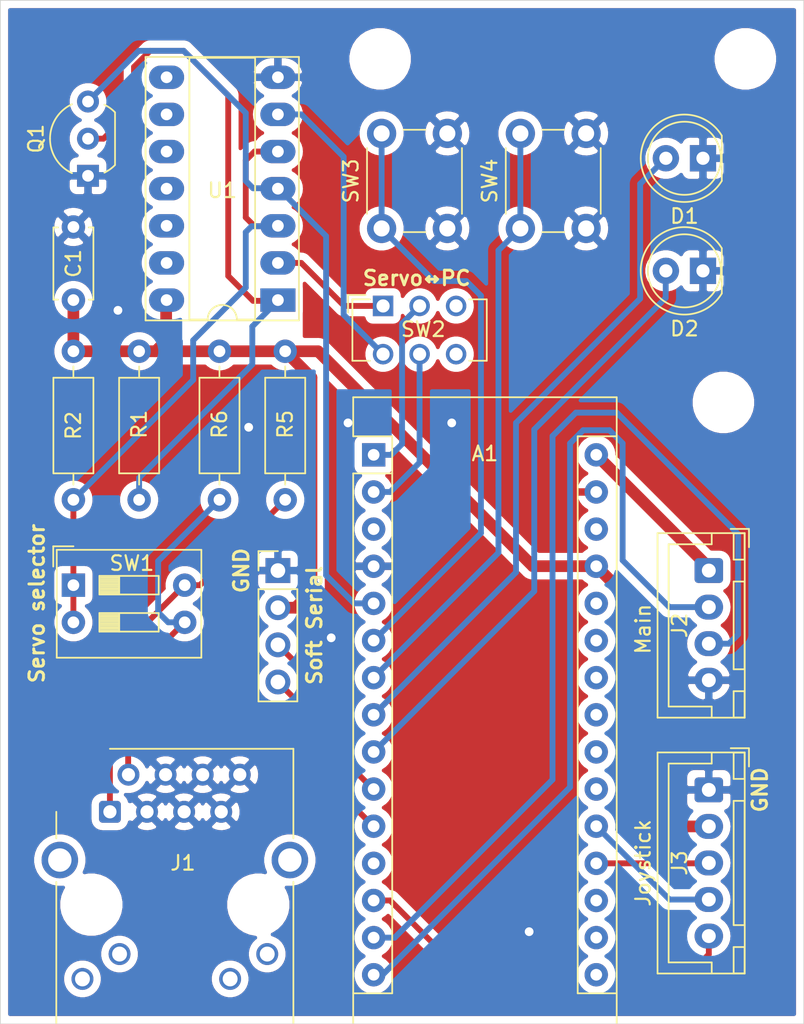
<source format=kicad_pcb>
(kicad_pcb (version 20171130) (host pcbnew "(5.1.5)-2")
  (title_block (title circuit_master_ver.2.1.0) (date 2020-03-29))
  (layers (0 F.Cu signal hide) (31 B.Cu signal hide) (34 B.Paste user) (35 F.Paste user) (36 B.SilkS user) (37 F.SilkS user) (38 B.Mask user) (39 F.Mask user) (44 Edge.Cuts user))
  (net 0 "")
  (net 1 /TX_Arduino)
  (net 2 /RX_Arduino)
  (net 3 /Joystick_x)
  (net 4 GND)
  (net 5 /Joystick_y)
  (net 6 /EnPin)
  (net 7 /SW1)
  (net 8 /SW2)
  (net 9 /LED1)
  (net 10 /LED2)
  (net 11 /+5V)
  (net 12 /Joystick_Switch)
  (net 13 /I2C_SDA)
  (net 14 VCC)
  (net 15 /I2C_SCL)
  (net 16 /ICS_OutPut1)
  (net 17 /ICS_OutPut2)
  (net 18 "Net-(Q1-Pad2)")
  (net 19 "Net-(R2-Pad1)")
  (net 20 /TX_survo)
  (net 21 /RX_survo)
  (net 22 /Soft_RX)
  (net 23 /Soft_TX)
  (module MountingHole:MountingHole_3.2mm_M3 (layer F.Cu) (at 61 109)
    (fp_text reference MH3 hide)
    (fp_text value MountingHole_3.2mm_M3 hide)
    (pad 1 np_thru_hole circle (at 0 0) (size 3.2 3.2) (drill 3.2) (layers *.Cu *.Mask))
  )
  (module MountingHole:MountingHole_3.2mm_M3 (layer F.Cu) (at 84.5 132.5)
    (fp_text reference MH2 hide)
    (fp_text value MountingHole_3.2mm_M3 hide)
    (pad 1 np_thru_hole circle (at 0 0) (size 3.2 3.2) (drill 3.2) (layers *.Cu *.Mask))
  )
  (module MountingHole:MountingHole_3.2mm_M3 (layer F.Cu) (at 86 109)
    (fp_text reference MH1 hide)
    (fp_text value MountingHole_3.2mm_M3 hide)
    (pad 1 np_thru_hole circle (at 0 0) (size 3.2 3.2) (drill 3.2) (layers *.Cu *.Mask))
  )
  (module Connector_RJ:RJ45_Cetus_J1B1211CCD_Horizontal (layer F.Cu) (at 42.5 160.5)
    (fp_text reference J1 (at 5 3.5) (layer F.SilkS))
    (fp_text value 8P8C_LED)
    (fp_line (start 0 -4.31) (end 12.56 -4.31) (layer F.SilkS) (width 0.12))
    (fp_line (start 12.56 -4.31) (end 12.56 1.81) (layer F.SilkS) (width 0.12))
    (fp_line (start -3.67 0) (end -3.67 1.81) (layer F.SilkS) (width 0.12))
    (fp_line (start -3.67 4.8) (end -3.67 17.21) (layer F.SilkS) (width 0.12))
    (fp_line (start 12.56 17.21) (end -3.67 17.21) (layer F.SilkS) (width 0.12))
    (fp_line (start 12.56 4.79) (end 12.56 17.21) (layer F.SilkS) (width 0.12))
    (pad "" np_thru_hole circle (at 10.16 6.35) (size 3.25 3.25) (drill 3.25) (layers *.Cu *.Mask))
    (pad "" np_thru_hole circle (at -1.27 6.35) (size 3.25 3.25) (drill 3.25) (layers *.Cu *.Mask))
    (pad 1 thru_hole roundrect (at 0 0) (size 1.5 1.5) (drill 0.9) (layers *.Cu *.Mask) (roundrect_rratio 0.167) (net 16 /ICS_OutPut1))
    (pad 2 thru_hole circle (at 1.27 -2.54) (size 1.5 1.5) (drill 0.9) (layers *.Cu *.Mask) (net 17 /ICS_OutPut2))
    (pad 3 thru_hole circle (at 2.54 0) (size 1.5 1.5) (drill 0.9) (layers *.Cu *.Mask) (net 4 GND))
    (pad 4 thru_hole circle (at 3.81 -2.54) (size 1.5 1.5) (drill 0.9) (layers *.Cu *.Mask) (net 4 GND))
    (pad 5 thru_hole circle (at 5.08 0) (size 1.5 1.5) (drill 0.9) (layers *.Cu *.Mask) (net 4 GND))
    (pad 6 thru_hole circle (at 6.35 -2.54) (size 1.5 1.5) (drill 0.9) (layers *.Cu *.Mask) (net 4 GND))
    (pad 7 thru_hole circle (at 7.62 0) (size 1.5 1.5) (drill 0.9) (layers *.Cu *.Mask) (net 4 GND))
    (pad 13 thru_hole circle (at -3.43 3.3) (size 2.5 2.5) (drill 1.6) (layers *.Cu *.Mask))
    (pad 8 thru_hole circle (at 8.89 -2.54) (size 1.5 1.5) (drill 0.9) (layers *.Cu *.Mask) (net 4 GND))
    (pad 13 thru_hole circle (at 12.32 3.3) (size 2.5 2.5) (drill 1.6) (layers *.Cu *.Mask))
    (pad 9 thru_hole circle (at -1.88 11.43) (size 1.5 1.5) (drill 1.02) (layers *.Cu *.Mask))
    (pad 10 thru_hole circle (at 0.66 9.73) (size 1.5 1.5) (drill 1.02) (layers *.Cu *.Mask))
    (pad 12 thru_hole circle (at 10.77 9.73) (size 1.5 1.5) (drill 1.02) (layers *.Cu *.Mask))
    (pad 11 thru_hole circle (at 8.23 11.43) (size 1.5 1.5) (drill 1.02) (layers *.Cu *.Mask))
  )
  (module Module:Arduino_Nano (layer F.Cu) (at 60.555001 136.085001)
    (fp_text reference A1 (at 7.62 -0.085001) (layer F.SilkS))
    (fp_text value Arduino_Nano_v3.0)
    (fp_line (start 1.27 1.27) (end 1.27 -1.27) (layer F.SilkS) (width 0.12))
    (fp_line (start 1.27 -1.27) (end -1.4 -1.27) (layer F.SilkS) (width 0.12))
    (fp_line (start -1.4 1.27) (end -1.4 39.5) (layer F.SilkS) (width 0.12))
    (fp_line (start -1.4 -3.94) (end -1.4 -1.27) (layer F.SilkS) (width 0.12))
    (fp_line (start 13.97 -1.27) (end 16.64 -1.27) (layer F.SilkS) (width 0.12))
    (fp_line (start 13.97 -1.27) (end 13.97 36.83) (layer F.SilkS) (width 0.12))
    (fp_line (start 13.97 36.83) (end 16.64 36.83) (layer F.SilkS) (width 0.12))
    (fp_line (start 1.27 1.27) (end -1.4 1.27) (layer F.SilkS) (width 0.12))
    (fp_line (start 1.27 1.27) (end 1.27 36.83) (layer F.SilkS) (width 0.12))
    (fp_line (start 1.27 36.83) (end -1.4 36.83) (layer F.SilkS) (width 0.12))
    (fp_line (start -1.4 39.5) (end 16.64 39.5) (layer F.SilkS) (width 0.12))
    (fp_line (start 16.64 39.5) (end 16.64 -3.94) (layer F.SilkS) (width 0.12))
    (fp_line (start 16.64 -3.94) (end -1.4 -3.94) (layer F.SilkS) (width 0.12))
    (pad 1 thru_hole rect (at 0 0) (size 1.6 1.6) (drill 0.8) (layers *.Cu *.Mask) (net 1 /TX_Arduino))
    (pad 17 thru_hole oval (at 15.24 33.02) (size 1.6 1.6) (drill 0.8) (layers *.Cu *.Mask))
    (pad 2 thru_hole oval (at 0 2.54) (size 1.6 1.6) (drill 0.8) (layers *.Cu *.Mask) (net 2 /RX_Arduino))
    (pad 18 thru_hole oval (at 15.24 30.48) (size 1.6 1.6) (drill 0.8) (layers *.Cu *.Mask))
    (pad 3 thru_hole oval (at 0 5.08) (size 1.6 1.6) (drill 0.8) (layers *.Cu *.Mask))
    (pad 19 thru_hole oval (at 15.24 27.94) (size 1.6 1.6) (drill 0.8) (layers *.Cu *.Mask) (net 3 /Joystick_x))
    (pad 4 thru_hole oval (at 0 7.62) (size 1.6 1.6) (drill 0.8) (layers *.Cu *.Mask) (net 4 GND))
    (pad 20 thru_hole oval (at 15.24 25.4) (size 1.6 1.6) (drill 0.8) (layers *.Cu *.Mask) (net 5 /Joystick_y))
    (pad 5 thru_hole oval (at 0 10.16) (size 1.6 1.6) (drill 0.8) (layers *.Cu *.Mask) (net 6 /EnPin))
    (pad 21 thru_hole oval (at 15.24 22.86) (size 1.6 1.6) (drill 0.8) (layers *.Cu *.Mask))
    (pad 6 thru_hole oval (at 0 12.7) (size 1.6 1.6) (drill 0.8) (layers *.Cu *.Mask) (net 7 /SW1))
    (pad 22 thru_hole oval (at 15.24 20.32) (size 1.6 1.6) (drill 0.8) (layers *.Cu *.Mask))
    (pad 7 thru_hole oval (at 0 15.24) (size 1.6 1.6) (drill 0.8) (layers *.Cu *.Mask) (net 8 /SW2))
    (pad 23 thru_hole oval (at 15.24 17.78) (size 1.6 1.6) (drill 0.8) (layers *.Cu *.Mask))
    (pad 8 thru_hole oval (at 0 17.78) (size 1.6 1.6) (drill 0.8) (layers *.Cu *.Mask) (net 9 /LED1))
    (pad 24 thru_hole oval (at 15.24 15.24) (size 1.6 1.6) (drill 0.8) (layers *.Cu *.Mask))
    (pad 9 thru_hole oval (at 0 20.32) (size 1.6 1.6) (drill 0.8) (layers *.Cu *.Mask) (net 10 /LED2))
    (pad 25 thru_hole oval (at 15.24 12.7) (size 1.6 1.6) (drill 0.8) (layers *.Cu *.Mask))
    (pad 10 thru_hole oval (at 0 22.86) (size 1.6 1.6) (drill 0.8) (layers *.Cu *.Mask) (net 22 /Soft_RX))
    (pad 26 thru_hole oval (at 15.24 10.16) (size 1.6 1.6) (drill 0.8) (layers *.Cu *.Mask))
    (pad 11 thru_hole oval (at 0 25.4) (size 1.6 1.6) (drill 0.8) (layers *.Cu *.Mask) (net 23 /Soft_TX))
    (pad 27 thru_hole oval (at 15.24 7.62) (size 1.6 1.6) (drill 0.8) (layers *.Cu *.Mask) (net 11 /+5V))
    (pad 12 thru_hole oval (at 0 27.94) (size 1.6 1.6) (drill 0.8) (layers *.Cu *.Mask))
    (pad 28 thru_hole oval (at 15.24 5.08) (size 1.6 1.6) (drill 0.8) (layers *.Cu *.Mask))
    (pad 13 thru_hole oval (at 0 30.48) (size 1.6 1.6) (drill 0.8) (layers *.Cu *.Mask) (net 12 /Joystick_Switch))
    (pad 29 thru_hole oval (at 15.24 2.54) (size 1.6 1.6) (drill 0.8) (layers *.Cu *.Mask) (net 4 GND))
    (pad 14 thru_hole oval (at 0 33.02) (size 1.6 1.6) (drill 0.8) (layers *.Cu *.Mask) (net 13 /I2C_SDA))
    (pad 30 thru_hole oval (at 15.24 0) (size 1.6 1.6) (drill 0.8) (layers *.Cu *.Mask) (net 14 VCC))
    (pad 15 thru_hole oval (at 0 35.56) (size 1.6 1.6) (drill 0.8) (layers *.Cu *.Mask) (net 15 /I2C_SCL))
    (pad 16 thru_hole oval (at 15.24 35.56) (size 1.6 1.6) (drill 0.8) (layers *.Cu *.Mask))
  )
  (module Capacitor_THT:C_Disc_D4.7mm_W2.5mm_P5.00mm (layer F.Cu) (at 40 120.5 270)
    (fp_text reference C1 (at 2.5 0 90) (layer F.SilkS))
    (fp_text value 0.1)
    (fp_line (start 4.97 1.055) (end 4.97 1.37) (layer F.SilkS) (width 0.12))
    (fp_line (start 4.97 -1.37) (end 4.97 -1.055) (layer F.SilkS) (width 0.12))
    (fp_line (start 0.03 1.055) (end 0.03 1.37) (layer F.SilkS) (width 0.12))
    (fp_line (start 0.03 -1.37) (end 0.03 -1.055) (layer F.SilkS) (width 0.12))
    (fp_line (start 0.03 1.37) (end 4.97 1.37) (layer F.SilkS) (width 0.12))
    (fp_line (start 0.03 -1.37) (end 4.97 -1.37) (layer F.SilkS) (width 0.12))
    (pad 2 thru_hole circle (at 5 0 270) (size 1.6 1.6) (drill 0.8) (layers *.Cu *.Mask) (net 11 /+5V))
    (pad 1 thru_hole circle (at 0 0 270) (size 1.6 1.6) (drill 0.8) (layers *.Cu *.Mask) (net 4 GND))
  )
  (module LED_THT:LED_D5.0mm (layer F.Cu) (at 83.1 115.8 180)
    (fp_text reference D1 (at 1.27 -3.96) (layer F.SilkS))
    (fp_text value LED)
    (fp_line (start -1.29 -1.545) (end -1.29 1.545) (layer F.SilkS) (width 0.12))
    (fp_circle (center 1.27 0) (end 3.77 0) (layer F.SilkS) (width 0.12))
    (fp_arc (start 1.27 0) (end -1.29 1.54483) (angle -148.9) (layer F.SilkS) (width 0.12))
    (fp_arc (start 1.27 0) (end -1.29 -1.54483) (angle 148.9) (layer F.SilkS) (width 0.12))
    (pad 2 thru_hole circle (at 2.54 0 180) (size 1.8 1.8) (drill 0.9) (layers *.Cu *.Mask) (net 9 /LED1))
    (pad 1 thru_hole rect (at 0 0 180) (size 1.8 1.8) (drill 0.9) (layers *.Cu *.Mask) (net 4 GND))
  )
  (module LED_THT:LED_D5.0mm (layer F.Cu) (at 83.1 123.5 180)
    (fp_text reference D2 (at 1.27 -3.96) (layer F.SilkS))
    (fp_text value LED)
    (fp_arc (start 1.27 0) (end -1.29 -1.54483) (angle 148.9) (layer F.SilkS) (width 0.12))
    (fp_arc (start 1.27 0) (end -1.29 1.54483) (angle -148.9) (layer F.SilkS) (width 0.12))
    (fp_circle (center 1.27 0) (end 3.77 0) (layer F.SilkS) (width 0.12))
    (fp_line (start -1.29 -1.545) (end -1.29 1.545) (layer F.SilkS) (width 0.12))
    (pad 1 thru_hole rect (at 0 0 180) (size 1.8 1.8) (drill 0.9) (layers *.Cu *.Mask) (net 4 GND))
    (pad 2 thru_hole circle (at 2.54 0 180) (size 1.8 1.8) (drill 0.9) (layers *.Cu *.Mask) (net 10 /LED2))
  )
  (module Connector_JST:JST_XH_B4B-XH-A_1x04_P2.50mm_Vertical (layer F.Cu) (at 83.5 144 270)
    (fp_text reference J2 (at 3.75 2 90) (layer F.SilkS))
    (fp_text value Conn_XH4p)
    (fp_line (start -2.56 -2.46) (end -2.56 3.51) (layer F.SilkS) (width 0.12))
    (fp_line (start -2.56 3.51) (end 10.06 3.51) (layer F.SilkS) (width 0.12))
    (fp_line (start 10.06 3.51) (end 10.06 -2.46) (layer F.SilkS) (width 0.12))
    (fp_line (start 10.06 -2.46) (end -2.56 -2.46) (layer F.SilkS) (width 0.12))
    (fp_line (start 0.75 -2.45) (end 0.75 -1.7) (layer F.SilkS) (width 0.12))
    (fp_line (start 0.75 -1.7) (end 6.75 -1.7) (layer F.SilkS) (width 0.12))
    (fp_line (start 6.75 -1.7) (end 6.75 -2.45) (layer F.SilkS) (width 0.12))
    (fp_line (start 6.75 -2.45) (end 0.75 -2.45) (layer F.SilkS) (width 0.12))
    (fp_line (start -2.55 -2.45) (end -2.55 -1.7) (layer F.SilkS) (width 0.12))
    (fp_line (start -2.55 -1.7) (end -0.75 -1.7) (layer F.SilkS) (width 0.12))
    (fp_line (start -0.75 -1.7) (end -0.75 -2.45) (layer F.SilkS) (width 0.12))
    (fp_line (start -0.75 -2.45) (end -2.55 -2.45) (layer F.SilkS) (width 0.12))
    (fp_line (start 8.25 -2.45) (end 8.25 -1.7) (layer F.SilkS) (width 0.12))
    (fp_line (start 8.25 -1.7) (end 10.05 -1.7) (layer F.SilkS) (width 0.12))
    (fp_line (start 10.05 -1.7) (end 10.05 -2.45) (layer F.SilkS) (width 0.12))
    (fp_line (start 10.05 -2.45) (end 8.25 -2.45) (layer F.SilkS) (width 0.12))
    (fp_line (start -2.55 -0.2) (end -1.8 -0.2) (layer F.SilkS) (width 0.12))
    (fp_line (start -1.8 -0.2) (end -1.8 2.75) (layer F.SilkS) (width 0.12))
    (fp_line (start -1.8 2.75) (end 3.75 2.75) (layer F.SilkS) (width 0.12))
    (fp_line (start 10.05 -0.2) (end 9.3 -0.2) (layer F.SilkS) (width 0.12))
    (fp_line (start 9.3 -0.2) (end 9.3 2.75) (layer F.SilkS) (width 0.12))
    (fp_line (start 9.3 2.75) (end 3.75 2.75) (layer F.SilkS) (width 0.12))
    (fp_line (start -1.6 -2.75) (end -2.85 -2.75) (layer F.SilkS) (width 0.12))
    (fp_line (start -2.85 -2.75) (end -2.85 -1.5) (layer F.SilkS) (width 0.12))
    (pad 1 thru_hole roundrect (at 0 0 270) (size 1.7 1.95) (drill 0.95) (layers *.Cu *.Mask) (roundrect_rratio 0.147059) (net 14 VCC))
    (pad 2 thru_hole oval (at 2.5 0 270) (size 1.7 1.95) (drill 0.95) (layers *.Cu *.Mask) (net 15 /I2C_SCL))
    (pad 3 thru_hole oval (at 5 0 270) (size 1.7 1.95) (drill 0.95) (layers *.Cu *.Mask) (net 13 /I2C_SDA))
    (pad 4 thru_hole oval (at 7.5 0 270) (size 1.7 1.95) (drill 0.95) (layers *.Cu *.Mask) (net 4 GND))
  )
  (module Connector_JST:JST_XH_B5B-XH-A_1x05_P2.50mm_Vertical (layer F.Cu) (at 83.5 159 270)
    (fp_text reference J3 (at 5 2 90) (layer F.SilkS))
    (fp_text value Conn_XH5p)
    (fp_line (start -2.56 -2.46) (end -2.56 3.51) (layer F.SilkS) (width 0.12))
    (fp_line (start -2.56 3.51) (end 12.56 3.51) (layer F.SilkS) (width 0.12))
    (fp_line (start 12.56 3.51) (end 12.56 -2.46) (layer F.SilkS) (width 0.12))
    (fp_line (start 12.56 -2.46) (end -2.56 -2.46) (layer F.SilkS) (width 0.12))
    (fp_line (start 0.75 -2.45) (end 0.75 -1.7) (layer F.SilkS) (width 0.12))
    (fp_line (start 0.75 -1.7) (end 9.25 -1.7) (layer F.SilkS) (width 0.12))
    (fp_line (start 9.25 -1.7) (end 9.25 -2.45) (layer F.SilkS) (width 0.12))
    (fp_line (start 9.25 -2.45) (end 0.75 -2.45) (layer F.SilkS) (width 0.12))
    (fp_line (start -2.55 -2.45) (end -2.55 -1.7) (layer F.SilkS) (width 0.12))
    (fp_line (start -2.55 -1.7) (end -0.75 -1.7) (layer F.SilkS) (width 0.12))
    (fp_line (start -0.75 -1.7) (end -0.75 -2.45) (layer F.SilkS) (width 0.12))
    (fp_line (start -0.75 -2.45) (end -2.55 -2.45) (layer F.SilkS) (width 0.12))
    (fp_line (start 10.75 -2.45) (end 10.75 -1.7) (layer F.SilkS) (width 0.12))
    (fp_line (start 10.75 -1.7) (end 12.55 -1.7) (layer F.SilkS) (width 0.12))
    (fp_line (start 12.55 -1.7) (end 12.55 -2.45) (layer F.SilkS) (width 0.12))
    (fp_line (start 12.55 -2.45) (end 10.75 -2.45) (layer F.SilkS) (width 0.12))
    (fp_line (start -2.55 -0.2) (end -1.8 -0.2) (layer F.SilkS) (width 0.12))
    (fp_line (start -1.8 -0.2) (end -1.8 2.75) (layer F.SilkS) (width 0.12))
    (fp_line (start -1.8 2.75) (end 5 2.75) (layer F.SilkS) (width 0.12))
    (fp_line (start 12.55 -0.2) (end 11.8 -0.2) (layer F.SilkS) (width 0.12))
    (fp_line (start 11.8 -0.2) (end 11.8 2.75) (layer F.SilkS) (width 0.12))
    (fp_line (start 11.8 2.75) (end 5 2.75) (layer F.SilkS) (width 0.12))
    (fp_line (start -1.6 -2.75) (end -2.85 -2.75) (layer F.SilkS) (width 0.12))
    (fp_line (start -2.85 -2.75) (end -2.85 -1.5) (layer F.SilkS) (width 0.12))
    (pad 1 thru_hole roundrect (at 0 0 270) (size 1.7 1.95) (drill 0.95) (layers *.Cu *.Mask) (roundrect_rratio 0.147059) (net 4 GND))
    (pad 2 thru_hole oval (at 2.5 0 270) (size 1.7 1.95) (drill 0.95) (layers *.Cu *.Mask) (net 11 /+5V))
    (pad 3 thru_hole oval (at 5 0 270) (size 1.7 1.95) (drill 0.95) (layers *.Cu *.Mask) (net 3 /Joystick_x))
    (pad 4 thru_hole oval (at 7.5 0 270) (size 1.7 1.95) (drill 0.95) (layers *.Cu *.Mask) (net 5 /Joystick_y))
    (pad 5 thru_hole oval (at 10 0 270) (size 1.7 1.95) (drill 0.95) (layers *.Cu *.Mask) (net 12 /Joystick_Switch))
  )
  (module Package_TO_SOT_THT:TO-92_Inline_Wide (layer F.Cu) (at 41 117 90)
    (fp_text reference Q1 (at 2.54 -3.56 90) (layer F.SilkS))
    (fp_text value DTC114E)
    (fp_arc (start 2.54 0) (end 4.34 1.85) (angle -20) (layer F.SilkS) (width 0.12))
    (fp_arc (start 2.54 0) (end 2.54 -2.6) (angle 65) (layer F.SilkS) (width 0.12))
    (fp_arc (start 2.54 0) (end 2.54 -2.6) (angle -65) (layer F.SilkS) (width 0.12))
    (fp_arc (start 2.54 0) (end 0.74 1.85) (angle 20) (layer F.SilkS) (width 0.12))
    (fp_line (start 0.74 1.85) (end 4.34 1.85) (layer F.SilkS) (width 0.12))
    (pad 1 thru_hole rect (at 0 0 180) (size 1.5 1.5) (drill 0.8) (layers *.Cu *.Mask) (net 4 GND))
    (pad 3 thru_hole circle (at 5.08 0 180) (size 1.5 1.5) (drill 0.8) (layers *.Cu *.Mask) (net 6 /EnPin))
    (pad 2 thru_hole circle (at 2.54 0 180) (size 1.5 1.5) (drill 0.8) (layers *.Cu *.Mask) (net 18 "Net-(Q1-Pad2)"))
  )
  (module Resistor_THT:R_Axial_DIN0207_L6.3mm_D2.5mm_P10.16mm_Horizontal (layer F.Cu) (at 44.5 139.16 90)
    (fp_text reference R1 (at 5.16 0 90) (layer F.SilkS))
    (fp_text value 10k)
    (fp_line (start 9.12 0) (end 8.35 0) (layer F.SilkS) (width 0.12))
    (fp_line (start 1.04 0) (end 1.81 0) (layer F.SilkS) (width 0.12))
    (fp_line (start 8.35 -1.37) (end 1.81 -1.37) (layer F.SilkS) (width 0.12))
    (fp_line (start 8.35 1.37) (end 8.35 -1.37) (layer F.SilkS) (width 0.12))
    (fp_line (start 1.81 1.37) (end 8.35 1.37) (layer F.SilkS) (width 0.12))
    (fp_line (start 1.81 -1.37) (end 1.81 1.37) (layer F.SilkS) (width 0.12))
    (pad 2 thru_hole oval (at 10.16 0 90) (size 1.6 1.6) (drill 0.8) (layers *.Cu *.Mask) (net 11 /+5V))
    (pad 1 thru_hole circle (at 0 0 90) (size 1.6 1.6) (drill 0.8) (layers *.Cu *.Mask) (net 18 "Net-(Q1-Pad2)"))
  )
  (module Resistor_THT:R_Axial_DIN0207_L6.3mm_D2.5mm_P10.16mm_Horizontal (layer F.Cu) (at 40 139.16 90)
    (fp_text reference R2 (at 5.08 0 90) (layer F.SilkS))
    (fp_text value 6.8k)
    (fp_line (start 1.81 -1.37) (end 1.81 1.37) (layer F.SilkS) (width 0.12))
    (fp_line (start 1.81 1.37) (end 8.35 1.37) (layer F.SilkS) (width 0.12))
    (fp_line (start 8.35 1.37) (end 8.35 -1.37) (layer F.SilkS) (width 0.12))
    (fp_line (start 8.35 -1.37) (end 1.81 -1.37) (layer F.SilkS) (width 0.12))
    (fp_line (start 1.04 0) (end 1.81 0) (layer F.SilkS) (width 0.12))
    (fp_line (start 9.12 0) (end 8.35 0) (layer F.SilkS) (width 0.12))
    (pad 1 thru_hole circle (at 0 0 90) (size 1.6 1.6) (drill 0.8) (layers *.Cu *.Mask) (net 19 "Net-(R2-Pad1)"))
    (pad 2 thru_hole oval (at 10.16 0 90) (size 1.6 1.6) (drill 0.8) (layers *.Cu *.Mask) (net 11 /+5V))
  )
  (module Resistor_THT:R_Axial_DIN0207_L6.3mm_D2.5mm_P10.16mm_Horizontal (layer F.Cu) (at 54.5 139.16 90)
    (fp_text reference R5 (at 5.16 0 90) (layer F.SilkS))
    (fp_text value 6.8k)
    (fp_line (start 1.81 -1.37) (end 1.81 1.37) (layer F.SilkS) (width 0.12))
    (fp_line (start 1.81 1.37) (end 8.35 1.37) (layer F.SilkS) (width 0.12))
    (fp_line (start 8.35 1.37) (end 8.35 -1.37) (layer F.SilkS) (width 0.12))
    (fp_line (start 8.35 -1.37) (end 1.81 -1.37) (layer F.SilkS) (width 0.12))
    (fp_line (start 1.04 0) (end 1.81 0) (layer F.SilkS) (width 0.12))
    (fp_line (start 9.12 0) (end 8.35 0) (layer F.SilkS) (width 0.12))
    (pad 1 thru_hole circle (at 0 0 90) (size 1.6 1.6) (drill 0.8) (layers *.Cu *.Mask) (net 16 /ICS_OutPut1))
    (pad 2 thru_hole oval (at 10.16 0 90) (size 1.6 1.6) (drill 0.8) (layers *.Cu *.Mask) (net 11 /+5V))
  )
  (module Resistor_THT:R_Axial_DIN0207_L6.3mm_D2.5mm_P10.16mm_Horizontal (layer F.Cu) (at 50 129 270)
    (fp_text reference R6 (at 5 0 90) (layer F.SilkS))
    (fp_text value 6.8k)
    (fp_line (start 9.12 0) (end 8.35 0) (layer F.SilkS) (width 0.12))
    (fp_line (start 1.04 0) (end 1.81 0) (layer F.SilkS) (width 0.12))
    (fp_line (start 8.35 -1.37) (end 1.81 -1.37) (layer F.SilkS) (width 0.12))
    (fp_line (start 8.35 1.37) (end 8.35 -1.37) (layer F.SilkS) (width 0.12))
    (fp_line (start 1.81 1.37) (end 8.35 1.37) (layer F.SilkS) (width 0.12))
    (fp_line (start 1.81 -1.37) (end 1.81 1.37) (layer F.SilkS) (width 0.12))
    (pad 2 thru_hole oval (at 10.16 0 270) (size 1.6 1.6) (drill 0.8) (layers *.Cu *.Mask) (net 17 /ICS_OutPut2))
    (pad 1 thru_hole circle (at 0 0 270) (size 1.6 1.6) (drill 0.8) (layers *.Cu *.Mask) (net 11 /+5V))
  )
  (module Button_Switch_THT:SW_DIP_SPSTx02_Slide_9.78x7.26mm_W7.62mm_P2.54mm (layer F.Cu) (at 40 145)
    (fp_text reference SW1 (at 4 -1.5) (layer F.SilkS))
    (fp_text value SW_DIP_x02)
    (fp_line (start -1.14 -2.42) (end 8.76 -2.42) (layer F.SilkS) (width 0.12))
    (fp_line (start -1.14 4.96) (end 8.76 4.96) (layer F.SilkS) (width 0.12))
    (fp_line (start -1.14 -2.42) (end -1.14 4.96) (layer F.SilkS) (width 0.12))
    (fp_line (start 8.76 -2.42) (end 8.76 4.96) (layer F.SilkS) (width 0.12))
    (fp_line (start -1.38 -2.66) (end 0.004 -2.66) (layer F.SilkS) (width 0.12))
    (fp_line (start -1.38 -2.66) (end -1.38 -1.277) (layer F.SilkS) (width 0.12))
    (fp_line (start 1.78 -0.635) (end 1.78 0.635) (layer F.SilkS) (width 0.12))
    (fp_line (start 1.78 0.635) (end 5.84 0.635) (layer F.SilkS) (width 0.12))
    (fp_line (start 5.84 0.635) (end 5.84 -0.635) (layer F.SilkS) (width 0.12))
    (fp_line (start 5.84 -0.635) (end 1.78 -0.635) (layer F.SilkS) (width 0.12))
    (fp_line (start 1.78 -0.515) (end 3.133333 -0.515) (layer F.SilkS) (width 0.12))
    (fp_line (start 1.78 -0.395) (end 3.133333 -0.395) (layer F.SilkS) (width 0.12))
    (fp_line (start 1.78 -0.275) (end 3.133333 -0.275) (layer F.SilkS) (width 0.12))
    (fp_line (start 1.78 -0.155) (end 3.133333 -0.155) (layer F.SilkS) (width 0.12))
    (fp_line (start 1.78 -0.035) (end 3.133333 -0.035) (layer F.SilkS) (width 0.12))
    (fp_line (start 1.78 0.085) (end 3.133333 0.085) (layer F.SilkS) (width 0.12))
    (fp_line (start 1.78 0.205) (end 3.133333 0.205) (layer F.SilkS) (width 0.12))
    (fp_line (start 1.78 0.325) (end 3.133333 0.325) (layer F.SilkS) (width 0.12))
    (fp_line (start 1.78 0.445) (end 3.133333 0.445) (layer F.SilkS) (width 0.12))
    (fp_line (start 1.78 0.565) (end 3.133333 0.565) (layer F.SilkS) (width 0.12))
    (fp_line (start 3.133333 -0.635) (end 3.133333 0.635) (layer F.SilkS) (width 0.12))
    (fp_line (start 1.78 1.905) (end 1.78 3.175) (layer F.SilkS) (width 0.12))
    (fp_line (start 1.78 3.175) (end 5.84 3.175) (layer F.SilkS) (width 0.12))
    (fp_line (start 5.84 3.175) (end 5.84 1.905) (layer F.SilkS) (width 0.12))
    (fp_line (start 5.84 1.905) (end 1.78 1.905) (layer F.SilkS) (width 0.12))
    (fp_line (start 1.78 2.025) (end 3.133333 2.025) (layer F.SilkS) (width 0.12))
    (fp_line (start 1.78 2.145) (end 3.133333 2.145) (layer F.SilkS) (width 0.12))
    (fp_line (start 1.78 2.265) (end 3.133333 2.265) (layer F.SilkS) (width 0.12))
    (fp_line (start 1.78 2.385) (end 3.133333 2.385) (layer F.SilkS) (width 0.12))
    (fp_line (start 1.78 2.505) (end 3.133333 2.505) (layer F.SilkS) (width 0.12))
    (fp_line (start 1.78 2.625) (end 3.133333 2.625) (layer F.SilkS) (width 0.12))
    (fp_line (start 1.78 2.745) (end 3.133333 2.745) (layer F.SilkS) (width 0.12))
    (fp_line (start 1.78 2.865) (end 3.133333 2.865) (layer F.SilkS) (width 0.12))
    (fp_line (start 1.78 2.985) (end 3.133333 2.985) (layer F.SilkS) (width 0.12))
    (fp_line (start 1.78 3.105) (end 3.133333 3.105) (layer F.SilkS) (width 0.12))
    (fp_line (start 3.133333 1.905) (end 3.133333 3.175) (layer F.SilkS) (width 0.12))
    (pad 1 thru_hole rect (at 0 0) (size 1.6 1.6) (drill 0.8) (layers *.Cu *.Mask) (net 19 "Net-(R2-Pad1)"))
    (pad 3 thru_hole oval (at 7.62 2.54) (size 1.6 1.6) (drill 0.8) (layers *.Cu *.Mask) (net 17 /ICS_OutPut2))
    (pad 2 thru_hole oval (at 0 2.54) (size 1.6 1.6) (drill 0.8) (layers *.Cu *.Mask) (net 19 "Net-(R2-Pad1)"))
    (pad 4 thru_hole oval (at 7.62 0) (size 1.6 1.6) (drill 0.8) (layers *.Cu *.Mask) (net 16 /ICS_OutPut1))
  )
  (module Button_Switch_THT:SW_CuK_JS202011CQN_DPDT_Straight (layer F.Cu) (at 61.2 125.9)
    (fp_text reference SW2 (at 2.75 1.6) (layer F.SilkS))
    (fp_text value SW_DPDT_x2)
    (fp_line (start -2.4 -0.75) (end -2.4 0.45) (layer F.SilkS) (width 0.12))
    (fp_line (start -1.2 -0.75) (end -2.4 -0.75) (layer F.SilkS) (width 0.12))
    (fp_line (start 7.1 3.75) (end 5.9 3.75) (layer F.SilkS) (width 0.12))
    (fp_line (start 7.1 -0.45) (end 7.1 3.75) (layer F.SilkS) (width 0.12))
    (fp_line (start 5.9 -0.45) (end 7.1 -0.45) (layer F.SilkS) (width 0.12))
    (fp_line (start -2.1 3.75) (end -0.9 3.75) (layer F.SilkS) (width 0.12))
    (fp_line (start -2.1 -0.45) (end -2.1 3.75) (layer F.SilkS) (width 0.12))
    (fp_line (start -0.9 -0.45) (end -2.1 -0.45) (layer F.SilkS) (width 0.12))
    (pad 1 thru_hole rect (at 0 0) (size 1.4 1.4) (drill 0.9) (layers *.Cu *.Mask) (net 20 /TX_survo))
    (pad 2 thru_hole circle (at 2.5 0) (size 1.4 1.4) (drill 0.9) (layers *.Cu *.Mask) (net 1 /TX_Arduino))
    (pad 3 thru_hole circle (at 5 0) (size 1.4 1.4) (drill 0.9) (layers *.Cu *.Mask))
    (pad 4 thru_hole circle (at 0 3.3) (size 1.4 1.4) (drill 0.9) (layers *.Cu *.Mask) (net 21 /RX_survo))
    (pad 5 thru_hole circle (at 2.5 3.3) (size 1.4 1.4) (drill 0.9) (layers *.Cu *.Mask) (net 2 /RX_Arduino))
    (pad 6 thru_hole circle (at 5 3.3) (size 1.4 1.4) (drill 0.9) (layers *.Cu *.Mask))
  )
  (module Button_Switch_THT:SW_PUSH_6mm (layer F.Cu) (at 61.1 120.6 90)
    (fp_text reference SW3 (at 3.25 -2.1 90) (layer F.SilkS))
    (fp_text value SW_Push)
    (fp_line (start 6.75 3) (end 6.75 1.5) (layer F.SilkS) (width 0.12))
    (fp_line (start 5.5 -1) (end 1 -1) (layer F.SilkS) (width 0.12))
    (fp_line (start -0.25 1.5) (end -0.25 3) (layer F.SilkS) (width 0.12))
    (fp_line (start 1 5.5) (end 5.5 5.5) (layer F.SilkS) (width 0.12))
    (pad 1 thru_hole circle (at 6.5 0 180) (size 2 2) (drill 1.1) (layers *.Cu *.Mask) (net 7 /SW1))
    (pad 2 thru_hole circle (at 6.5 4.5 180) (size 2 2) (drill 1.1) (layers *.Cu *.Mask) (net 4 GND))
    (pad 1 thru_hole circle (at 0 0 180) (size 2 2) (drill 1.1) (layers *.Cu *.Mask) (net 7 /SW1))
    (pad 2 thru_hole circle (at 0 4.5 180) (size 2 2) (drill 1.1) (layers *.Cu *.Mask) (net 4 GND))
  )
  (module Button_Switch_THT:SW_PUSH_6mm (layer F.Cu) (at 70.6 120.6 90)
    (fp_text reference SW4 (at 3.25 -2.1 90) (layer F.SilkS))
    (fp_text value SW_Push)
    (fp_line (start 1 5.5) (end 5.5 5.5) (layer F.SilkS) (width 0.12))
    (fp_line (start -0.25 1.5) (end -0.25 3) (layer F.SilkS) (width 0.12))
    (fp_line (start 5.5 -1) (end 1 -1) (layer F.SilkS) (width 0.12))
    (fp_line (start 6.75 3) (end 6.75 1.5) (layer F.SilkS) (width 0.12))
    (pad 2 thru_hole circle (at 0 4.5 180) (size 2 2) (drill 1.1) (layers *.Cu *.Mask) (net 4 GND))
    (pad 1 thru_hole circle (at 0 0 180) (size 2 2) (drill 1.1) (layers *.Cu *.Mask) (net 8 /SW2))
    (pad 2 thru_hole circle (at 6.5 4.5 180) (size 2 2) (drill 1.1) (layers *.Cu *.Mask) (net 4 GND))
    (pad 1 thru_hole circle (at 6.5 0 180) (size 2 2) (drill 1.1) (layers *.Cu *.Mask) (net 8 /SW2))
  )
  (module Package_DIP:DIP-14_W7.62mm_Socket_LongPads (layer F.Cu) (at 54 125.5 180)
    (fp_text reference U1 (at 3.81 7.5) (layer F.SilkS))
    (fp_text value 74LS125)
    (fp_line (start 9.06 -1.39) (end -1.44 -1.39) (layer F.SilkS) (width 0.12))
    (fp_line (start 9.06 16.63) (end 9.06 -1.39) (layer F.SilkS) (width 0.12))
    (fp_line (start -1.44 16.63) (end 9.06 16.63) (layer F.SilkS) (width 0.12))
    (fp_line (start -1.44 -1.39) (end -1.44 16.63) (layer F.SilkS) (width 0.12))
    (fp_line (start 6.06 -1.33) (end 4.81 -1.33) (layer F.SilkS) (width 0.12))
    (fp_line (start 6.06 16.57) (end 6.06 -1.33) (layer F.SilkS) (width 0.12))
    (fp_line (start 1.56 16.57) (end 6.06 16.57) (layer F.SilkS) (width 0.12))
    (fp_line (start 1.56 -1.33) (end 1.56 16.57) (layer F.SilkS) (width 0.12))
    (fp_line (start 2.81 -1.33) (end 1.56 -1.33) (layer F.SilkS) (width 0.12))
    (fp_arc (start 3.81 -1.33) (end 2.81 -1.33) (angle -180) (layer F.SilkS) (width 0.12))
    (pad 14 thru_hole oval (at 7.62 0 180) (size 2.4 1.6) (drill 0.8) (layers *.Cu *.Mask) (net 11 /+5V))
    (pad 7 thru_hole oval (at 0 15.24 180) (size 2.4 1.6) (drill 0.8) (layers *.Cu *.Mask) (net 4 GND))
    (pad 13 thru_hole oval (at 7.62 2.54 180) (size 2.4 1.6) (drill 0.8) (layers *.Cu *.Mask))
    (pad 6 thru_hole oval (at 0 12.7 180) (size 2.4 1.6) (drill 0.8) (layers *.Cu *.Mask) (net 21 /RX_survo))
    (pad 12 thru_hole oval (at 7.62 5.08 180) (size 2.4 1.6) (drill 0.8) (layers *.Cu *.Mask))
    (pad 5 thru_hole oval (at 0 10.16 180) (size 2.4 1.6) (drill 0.8) (layers *.Cu *.Mask) (net 19 "Net-(R2-Pad1)"))
    (pad 11 thru_hole oval (at 7.62 7.62 180) (size 2.4 1.6) (drill 0.8) (layers *.Cu *.Mask))
    (pad 4 thru_hole oval (at 0 7.62 180) (size 2.4 1.6) (drill 0.8) (layers *.Cu *.Mask) (net 6 /EnPin))
    (pad 10 thru_hole oval (at 7.62 10.16 180) (size 2.4 1.6) (drill 0.8) (layers *.Cu *.Mask))
    (pad 3 thru_hole oval (at 0 5.08 180) (size 2.4 1.6) (drill 0.8) (layers *.Cu *.Mask) (net 19 "Net-(R2-Pad1)"))
    (pad 9 thru_hole oval (at 7.62 12.7 180) (size 2.4 1.6) (drill 0.8) (layers *.Cu *.Mask))
    (pad 2 thru_hole oval (at 0 2.54 180) (size 2.4 1.6) (drill 0.8) (layers *.Cu *.Mask) (net 20 /TX_survo))
    (pad 8 thru_hole oval (at 7.62 15.24 180) (size 2.4 1.6) (drill 0.8) (layers *.Cu *.Mask))
    (pad 1 thru_hole rect (at 0 0 180) (size 2.4 1.6) (drill 0.8) (layers *.Cu *.Mask) (net 18 "Net-(Q1-Pad2)"))
  )
  (module Connector_PinHeader_2.54mm:PinHeader_1x04_P2.54mm_Vertical (layer F.Cu) (at 54 144)
    (fp_text reference J4 hide)
    (fp_text value PinHeader)
    (fp_line (start -1.33 8.95) (end 1.33 8.95) (layer F.SilkS) (width 0.12))
    (fp_line (start -1.33 1.27) (end -1.33 8.95) (layer F.SilkS) (width 0.12))
    (fp_line (start 1.33 1.27) (end 1.33 8.95) (layer F.SilkS) (width 0.12))
    (fp_line (start -1.33 1.27) (end 1.33 1.27) (layer F.SilkS) (width 0.12))
    (fp_line (start -1.33 0) (end -1.33 -1.33) (layer F.SilkS) (width 0.12))
    (fp_line (start -1.33 -1.33) (end 0 -1.33) (layer F.SilkS) (width 0.12))
    (pad 1 thru_hole rect (at 0 0) (size 1.7 1.7) (drill 1) (layers *.Cu *.Mask) (net 4 GND))
    (pad 2 thru_hole oval (at 0 2.54) (size 1.7 1.7) (drill 1) (layers *.Cu *.Mask) (net 11 /+5V))
    (pad 3 thru_hole oval (at 0 5.08) (size 1.7 1.7) (drill 1) (layers *.Cu *.Mask) (net 22 /Soft_RX))
    (pad 4 thru_hole oval (at 0 7.62) (size 1.7 1.7) (drill 1) (layers *.Cu *.Mask) (net 23 /Soft_TX))
  )
  (gr_text GND (at 51.5 144 90) (layer F.SilkS) (effects (font (size 1 1) (thickness 0.2))))
  (gr_text "Soft Serial" (at 56.5 147.75 90) (layer F.SilkS) (effects (font (size 1 1) (thickness 0.2))))
  (gr_line (start 90 105) (end 90 110) (layer Edge.Cuts) (width 0.05))
  (gr_line (start 35 105) (end 35 110) (layer Edge.Cuts) (width 0.05))
  (gr_text Main (at 79 148 90) (layer F.SilkS) (effects (font (size 1 1))))
  (gr_text Joystick (at 79 164 90) (layer F.SilkS) (effects (font (size 1 1))))
  (gr_text GND (at 87 159 90) (layer F.SilkS) (effects (font (size 1 1) (thickness 0.2))))
  (gr_text "Servo selector" (at 37.5 146.25 90) (layer F.SilkS) (effects (font (size 1 1) (thickness 0.2))))
  (gr_text Servo↔PC (at 63.5 124) (layer F.SilkS) (effects (font (size 1 1) (thickness 0.2))))
  (gr_line (start 35 175) (end 90 175) (layer Edge.Cuts) (width 0.05))
  (gr_line (start 35 175) (end 35 110) (layer Edge.Cuts) (width 0.05))
  (gr_line (start 90 110) (end 90 175) (layer Edge.Cuts) (width 0.05))
  (gr_line (start 35 105) (end 90 105) (layer Edge.Cuts) (width 0.05))
  (segment (start 62.499999 127.100001) (end 63.000001 126.599999) (width 0.4) (layer B.Cu) (net 1))
  (segment (start 62.499999 135.340003) (end 62.499999 127.100001) (width 0.4) (layer B.Cu) (net 1))
  (segment (start 60.555001 136.085001) (end 61.755001 136.085001) (width 0.4) (layer B.Cu) (net 1))
  (segment (start 61.755001 136.085001) (end 62.499999 135.340003) (width 0.4) (layer B.Cu) (net 1))
  (segment (start 63.000001 126.599999) (end 63.7 125.9) (width 0.4) (layer B.Cu) (net 1))
  (segment (start 63.7 136.611372) (end 63.7 130.189949) (width 0.4) (layer B.Cu) (net 2))
  (segment (start 60.555001 138.625001) (end 61.686371 138.625001) (width 0.4) (layer B.Cu) (net 2))
  (segment (start 61.686371 138.625001) (end 63.7 136.611372) (width 0.4) (layer B.Cu) (net 2))
  (segment (start 63.7 130.189949) (end 63.7 129.2) (width 0.4) (layer B.Cu) (net 2))
  (segment (start 75.795001 164.025001) (end 83.574999 164.025001) (width 0.4) (layer F.Cu) (net 3))
  (via (at 58.8 133.9) (size 1.2) (drill 0.6) (layers F.Cu B.Cu) (net 4))
  (via (at 65.9 133.9) (size 1.2) (drill 0.6) (layers F.Cu B.Cu) (net 4))
  (via (at 71.2 168.7) (size 1.2) (drill 0.6) (layers F.Cu B.Cu) (net 4))
  (via (at 57.65 148.6) (size 1.2) (drill 0.6) (layers F.Cu B.Cu) (net 4))
  (via (at 52 134.2) (size 1.2) (drill 0.6) (layers F.Cu B.Cu) (net 4))
  (via (at 43.05 126.2) (size 1.2) (drill 0.6) (layers F.Cu B.Cu) (net 4))
  (segment (start 75.795001 161.485001) (end 80.81 166.5) (width 0.4) (layer B.Cu) (net 5))
  (segment (start 80.81 166.5) (end 83.5 166.5) (width 0.4) (layer B.Cu) (net 5))
  (segment (start 54 117.88) (end 53.6 117.88) (width 0.4) (layer B.Cu) (net 6))
  (segment (start 54 117.88) (end 54.4 117.88) (width 0.4) (layer B.Cu) (net 6))
  (segment (start 41 111.92) (end 44.47 108.45) (width 0.4) (layer B.Cu) (net 6))
  (segment (start 44.47 108.45) (end 47.55 108.45) (width 0.4) (layer B.Cu) (net 6))
  (segment (start 47.55 108.45) (end 51.8 112.7) (width 0.4) (layer B.Cu) (net 6))
  (segment (start 51.8 112.7) (end 51.8 117.35) (width 0.4) (layer B.Cu) (net 6))
  (segment (start 51.8 117.35) (end 52.3 117.85) (width 0.4) (layer B.Cu) (net 6))
  (segment (start 52.3 117.85) (end 54 117.85) (width 0.4) (layer B.Cu) (net 6))
  (segment (start 60.555001 146.245001) (end 59.220001 146.245001) (width 0.4) (layer B.Cu) (net 6))
  (segment (start 59.220001 146.245001) (end 57.3 144.325) (width 0.4) (layer B.Cu) (net 6))
  (segment (start 57.3 144.325) (end 57.3 121.125) (width 0.4) (layer B.Cu) (net 6))
  (segment (start 57.3 121.125) (end 54 117.825) (width 0.4) (layer B.Cu) (net 6))
  (segment (start 60.555001 148.785001) (end 67.9 141.440002) (width 0.4) (layer B.Cu) (net 7))
  (segment (start 67.9 141.440002) (end 67.9 125.2) (width 0.4) (layer B.Cu) (net 7))
  (segment (start 67.9 125.2) (end 66.9 124.2) (width 0.4) (layer B.Cu) (net 7))
  (segment (start 66.9 124.2) (end 64.7 124.2) (width 0.4) (layer B.Cu) (net 7))
  (segment (start 64.7 124.2) (end 61.1 120.6) (width 0.4) (layer B.Cu) (net 7))
  (segment (start 61.1 120.6) (end 61.1 119.185787) (width 0.4) (layer B.Cu) (net 7))
  (segment (start 61.1 119.185787) (end 61.1 114.1) (width 0.4) (layer B.Cu) (net 7))
  (segment (start 60.555001 151.325001) (end 69.1 142.780002) (width 0.4) (layer B.Cu) (net 8))
  (segment (start 69.1 142.780002) (end 69.1 138.2) (width 0.4) (layer B.Cu) (net 8))
  (segment (start 69.1 138.2) (end 69.1 122.1) (width 0.4) (layer B.Cu) (net 8))
  (segment (start 69.1 122.1) (end 70.6 120.6) (width 0.4) (layer B.Cu) (net 8))
  (segment (start 70.6 120.6) (end 70.6 119.185787) (width 0.4) (layer B.Cu) (net 8))
  (segment (start 70.6 119.185787) (end 70.6 114.1) (width 0.4) (layer B.Cu) (net 8))
  (segment (start 60.555001 153.865001) (end 70.3 144.120002) (width 0.4) (layer B.Cu) (net 9))
  (segment (start 70.3 144.120002) (end 70.3 141.9) (width 0.4) (layer B.Cu) (net 9))
  (segment (start 70.3 141.9) (end 70.3 133.9) (width 0.4) (layer B.Cu) (net 9))
  (segment (start 70.3 133.9) (end 78.8 125.4) (width 0.4) (layer B.Cu) (net 9))
  (segment (start 78.8 125.4) (end 78.8 117.55) (width 0.4) (layer B.Cu) (net 9))
  (segment (start 78.8 117.55) (end 80.55 115.8) (width 0.4) (layer B.Cu) (net 9))
  (segment (start 60.555001 156.405001) (end 71.55 145.410002) (width 0.4) (layer B.Cu) (net 10))
  (segment (start 71.55 145.410002) (end 71.55 142.5) (width 0.4) (layer B.Cu) (net 10))
  (segment (start 71.55 142.5) (end 71.55 134.35) (width 0.4) (layer B.Cu) (net 10))
  (segment (start 71.55 134.35) (end 80.55 125.35) (width 0.4) (layer B.Cu) (net 10))
  (segment (start 80.55 125.35) (end 80.55 123.5) (width 0.4) (layer B.Cu) (net 10))
  (segment (start 75.795001 143.705001) (end 79.5 147.41) (width 0.8) (layer F.Cu) (net 11))
  (segment (start 79.5 159.275) (end 81.725 161.5) (width 0.8) (layer F.Cu) (net 11))
  (segment (start 79.5 147.41) (end 79.5 159.275) (width 0.8) (layer F.Cu) (net 11))
  (segment (start 81.725 161.5) (end 83.5 161.5) (width 0.8) (layer F.Cu) (net 11))
  (segment (start 40 125.5) (end 40 129) (width 0.8) (layer F.Cu) (net 11))
  (segment (start 40 129) (end 44.4 129) (width 0.8) (layer F.Cu) (net 11))
  (segment (start 45.63137 129) (end 46.35 128.28137) (width 0.8) (layer F.Cu) (net 11))
  (segment (start 44.5 129) (end 45.63137 129) (width 0.8) (layer F.Cu) (net 11))
  (segment (start 46.35 128.28137) (end 46.35 125.5) (width 0.8) (layer F.Cu) (net 11))
  (segment (start 46.35 128.28137) (end 47.06863 129) (width 0.8) (layer F.Cu) (net 11))
  (segment (start 47.06863 129) (end 50 129) (width 0.8) (layer F.Cu) (net 11))
  (segment (start 50 129) (end 54.5 129) (width 0.8) (layer F.Cu) (net 11))
  (segment (start 71.45 143.7) (end 75.8 143.7) (width 0.8) (layer F.Cu) (net 11))
  (segment (start 56.75 129) (end 71.45 143.7) (width 0.8) (layer F.Cu) (net 11))
  (segment (start 54.5 129) (end 56.75 129) (width 0.8) (layer F.Cu) (net 11))
  (segment (start 55.202081 146.54) (end 56.3 145.442081) (width 0.8) (layer F.Cu) (net 11))
  (segment (start 54 146.54) (end 55.202081 146.54) (width 0.8) (layer F.Cu) (net 11))
  (segment (start 56.3 145.442081) (end 56.3 130.8) (width 0.8) (layer F.Cu) (net 11))
  (segment (start 56.3 130.8) (end 54.5 129) (width 0.8) (layer F.Cu) (net 11))
  (segment (start 61.686371 166.565001) (end 68.62137 173.5) (width 0.4) (layer F.Cu) (net 12))
  (segment (start 60.555001 166.565001) (end 61.686371 166.565001) (width 0.4) (layer F.Cu) (net 12))
  (segment (start 80.25 173.5) (end 83.5 170.25) (width 0.4) (layer F.Cu) (net 12))
  (segment (start 68.62137 173.5) (end 80.25 173.5) (width 0.4) (layer F.Cu) (net 12))
  (segment (start 83.5 170.25) (end 83.5 169) (width 0.4) (layer F.Cu) (net 12))
  (segment (start 60.555001 169.105001) (end 61.994999 169.105001) (width 0.4) (layer B.Cu) (net 13))
  (segment (start 61.994999 169.105001) (end 72.8 158.3) (width 0.4) (layer B.Cu) (net 13))
  (segment (start 72.8 158.3) (end 72.8 135.510037) (width 0.4) (layer B.Cu) (net 13))
  (segment (start 72.8 135.510037) (end 72.8 134.8) (width 0.4) (layer B.Cu) (net 13))
  (segment (start 72.8 134.8) (end 74.4 133.2) (width 0.4) (layer B.Cu) (net 13))
  (segment (start 74.4 133.2) (end 77.2 133.2) (width 0.4) (layer B.Cu) (net 13))
  (segment (start 77.2 133.2) (end 85.5 141.5) (width 0.4) (layer B.Cu) (net 13))
  (segment (start 85.5 148.375) (end 84.875 149) (width 0.4) (layer B.Cu) (net 13))
  (segment (start 85.5 141.5) (end 85.5 148.375) (width 0.4) (layer B.Cu) (net 13))
  (segment (start 84.875 149) (end 83.5 149) (width 0.4) (layer B.Cu) (net 13))
  (segment (start 75.795001 136.085001) (end 83.5 143.79) (width 0.8) (layer F.Cu) (net 14))
  (segment (start 83.5 143.79) (end 83.5 144) (width 0.8) (layer F.Cu) (net 14))
  (segment (start 61.170999 171.645001) (end 74 158.816) (width 0.4) (layer B.Cu) (net 15))
  (segment (start 60.555001 171.645001) (end 61.170999 171.645001) (width 0.4) (layer B.Cu) (net 15))
  (segment (start 74 158.816) (end 74 135.3) (width 0.4) (layer B.Cu) (net 15))
  (segment (start 74 135.3) (end 74.9 134.4) (width 0.4) (layer B.Cu) (net 15))
  (segment (start 74.9 134.4) (end 76.7 134.4) (width 0.4) (layer B.Cu) (net 15))
  (segment (start 76.7 134.4) (end 77.6 135.3) (width 0.4) (layer B.Cu) (net 15))
  (segment (start 77.6 135.3) (end 77.6 143.3) (width 0.4) (layer B.Cu) (net 15))
  (segment (start 77.6 143.3) (end 80.8 146.5) (width 0.4) (layer B.Cu) (net 15))
  (segment (start 80.8 146.5) (end 83.5 146.5) (width 0.4) (layer B.Cu) (net 15))
  (segment (start 42.5 160.5) (end 42.5 150.1) (width 0.4) (layer F.Cu) (net 16))
  (segment (start 42.5 150.1) (end 47.6 145) (width 0.4) (layer F.Cu) (net 16))
  (segment (start 54.5 139.16) (end 48.66 145) (width 0.4) (layer F.Cu) (net 16))
  (segment (start 48.66 145) (end 47.65 145) (width 0.4) (layer F.Cu) (net 16))
  (segment (start 44.15 151) (end 43.75 151.4) (width 0.4) (layer F.Cu) (net 17))
  (segment (start 43.75 151.4) (end 43.75 157.95) (width 0.4) (layer F.Cu) (net 17))
  (segment (start 46.810001 148.339999) (end 44.15 151) (width 0.4) (layer F.Cu) (net 17))
  (segment (start 46.810001 148.339999) (end 47.6 147.55) (width 0.4) (layer F.Cu) (net 17))
  (segment (start 46.48863 147.54) (end 45.8 146.85137) (width 0.4) (layer B.Cu) (net 17))
  (segment (start 47.62 147.54) (end 46.48863 147.54) (width 0.4) (layer B.Cu) (net 17))
  (segment (start 45.8 146.85137) (end 45.8 143.35) (width 0.4) (layer B.Cu) (net 17))
  (segment (start 45.8 143.35) (end 50 139.15) (width 0.4) (layer B.Cu) (net 17))
  (segment (start 44.5 139.16) (end 44.5 137.65) (width 0.4) (layer B.Cu) (net 18))
  (segment (start 44.5 137.65) (end 52.25 129.9) (width 0.4) (layer B.Cu) (net 18))
  (segment (start 52.25 129.9) (end 52.25 127.3) (width 0.4) (layer B.Cu) (net 18))
  (segment (start 52.25 127.3) (end 54 125.55) (width 0.4) (layer B.Cu) (net 18))
  (segment (start 42.06066 114.46) (end 44.15 112.37066) (width 0.4) (layer F.Cu) (net 18))
  (segment (start 41 114.46) (end 42.06066 114.46) (width 0.4) (layer F.Cu) (net 18))
  (segment (start 44.15 112.37066) (end 44.15 109.55) (width 0.4) (layer F.Cu) (net 18))
  (segment (start 44.15 109.55) (end 45.25 108.45) (width 0.4) (layer F.Cu) (net 18))
  (segment (start 45.25 108.45) (end 47.55 108.45) (width 0.4) (layer F.Cu) (net 18))
  (segment (start 47.55 108.45) (end 50.6 111.5) (width 0.4) (layer F.Cu) (net 18))
  (segment (start 50.6 111.5) (end 50.6 123.85) (width 0.4) (layer F.Cu) (net 18))
  (segment (start 50.6 123.85) (end 52.3 125.55) (width 0.4) (layer F.Cu) (net 18))
  (segment (start 52.3 125.55) (end 54 125.55) (width 0.4) (layer F.Cu) (net 18))
  (segment (start 40 139.16) (end 40 140.29137) (width 0.4) (layer F.Cu) (net 19))
  (segment (start 40 140.29137) (end 40 145) (width 0.4) (layer F.Cu) (net 19))
  (segment (start 40 145) (end 40 147.55) (width 0.4) (layer F.Cu) (net 19))
  (segment (start 40 139.16) (end 48.2 130.96) (width 0.4) (layer B.Cu) (net 19))
  (segment (start 48.2 130.96) (end 48.2 128.25) (width 0.4) (layer B.Cu) (net 19))
  (segment (start 48.2 128.25) (end 51.8 124.65) (width 0.4) (layer B.Cu) (net 19))
  (segment (start 51.8 124.65) (end 51.8 120.85) (width 0.4) (layer B.Cu) (net 19))
  (segment (start 51.8 120.85) (end 52.2 120.45) (width 0.4) (layer B.Cu) (net 19))
  (segment (start 52.2 120.45) (end 54 120.45) (width 0.4) (layer B.Cu) (net 19))
  (segment (start 52.4 115.34) (end 51.8 115.94) (width 0.4) (layer F.Cu) (net 19))
  (segment (start 54 115.34) (end 52.4 115.34) (width 0.4) (layer F.Cu) (net 19))
  (segment (start 51.8 115.94) (end 51.8 119.85) (width 0.4) (layer F.Cu) (net 19))
  (segment (start 51.8 119.85) (end 52.4 120.45) (width 0.4) (layer F.Cu) (net 19))
  (segment (start 52.4 120.45) (end 54 120.45) (width 0.4) (layer F.Cu) (net 19))
  (segment (start 55.6 122.96) (end 58.54 125.9) (width 0.4) (layer F.Cu) (net 20))
  (segment (start 54 122.96) (end 55.6 122.96) (width 0.4) (layer F.Cu) (net 20))
  (segment (start 58.54 125.9) (end 61.2 125.9) (width 0.4) (layer F.Cu) (net 20))
  (segment (start 55.6 112.8) (end 58.5 115.7) (width 0.4) (layer B.Cu) (net 21))
  (segment (start 54 112.8) (end 55.6 112.8) (width 0.4) (layer B.Cu) (net 21))
  (segment (start 58.5 115.7) (end 58.5 126.5) (width 0.4) (layer B.Cu) (net 21))
  (segment (start 58.5 126.5) (end 61.2 129.2) (width 0.4) (layer B.Cu) (net 21))
  (segment (start 54 149.08) (end 58.725 153.805) (width 0.4) (layer F.Cu) (net 22))
  (segment (start 58.725 153.805) (end 58.725 157.15) (width 0.4) (layer F.Cu) (net 22))
  (segment (start 58.725 157.15) (end 60.55 158.975) (width 0.4) (layer F.Cu) (net 22))
  (segment (start 54 151.62) (end 57.075 154.695) (width 0.4) (layer F.Cu) (net 23))
  (segment (start 57.075 154.695) (end 57.075 158.025) (width 0.4) (layer F.Cu) (net 23))
  (segment (start 57.075 158.025) (end 60.55 161.5) (width 0.4) (layer F.Cu) (net 23))
  (zone (net 4) (net_name GND) (layer F.Cu) (connect_pads (clearance 0.508)) (min_thickness 0.254) (fill yes (arc_segments 32) (thermal_gap 0.508) (thermal_bridge_width 0.508))
    (polygon (pts (xy 89.5 174.5) (xy 35.5 174.5) (xy 35.5 105.5) (xy 89.5 105.5)))
  )
  (zone (net 4) (net_name GND) (layer B.Cu) (connect_pads (clearance 0.508)) (min_thickness 0.254) (fill yes (arc_segments 32) (thermal_gap 0.508) (thermal_bridge_width 0.508))
    (polygon (pts (xy 89.5 174.5) (xy 35.5 174.5) (xy 35.5 105.5) (xy 89.5 105.5)))
  )
  (zone (net 0) (net_name "") (layer F.Cu) (connect_pads (clearance 0.508)) (min_thickness 0.254)
    (keepout (tracks allowed) (vias not_allowed) (copperpour not_allowed))
    (fill (arc_segments 32) (thermal_gap 0.508) (thermal_bridge_width 0.508))
    (polygon (pts (xy 82.3 147.4) (xy 80.4 147.4) (xy 80.4 146.8) (xy 82 146.8)))
  )
  (zone (net 0) (net_name "") (layer B.Cu) (connect_pads (clearance 0.508)) (min_thickness 0.254)
    (keepout (tracks allowed) (vias not_allowed) (copperpour not_allowed))
    (fill (arc_segments 32) (thermal_gap 0.508) (thermal_bridge_width 0.508))
    (polygon (pts (xy 61.8 131.6) (xy 58 131.6) (xy 58 130.8) (xy 61.8 130.8)))
  )
  (zone (net 0) (net_name "") (layer B.Cu) (connect_pads (clearance 0.508)) (min_thickness 0.254)
    (keepout (tracks allowed) (vias not_allowed) (copperpour not_allowed))
    (fill (arc_segments 32) (thermal_gap 0.508) (thermal_bridge_width 0.508))
    (polygon (pts (xy 67.2 131.6) (xy 64.4 131.6) (xy 64.4 131) (xy 67.2 131)))
  )
  (zone (net 0) (net_name "") (layer F.Cu) (connect_pads (clearance 0.508)) (min_thickness 0.254)
    (keepout (tracks allowed) (vias not_allowed) (copperpour not_allowed))
    (fill (arc_segments 32) (thermal_gap 0.508) (thermal_bridge_width 0.508))
    (polygon (pts (xy 55.35 142.75) (xy 52.75 142.75) (xy 52.75 143.7) (xy 51 143.7) (xy 54.3 140.4) (xy 55.4 140.25)))
  )
  (zone (net 0) (net_name "") (layer F.Cu) (connect_pads (clearance 0.508)) (min_thickness 0.254)
    (keepout (tracks allowed) (vias not_allowed) (copperpour not_allowed))
    (fill (arc_segments 32) (thermal_gap 0.508) (thermal_bridge_width 0.508))
    (polygon (pts (xy 56.05 150.1) (xy 55.6 149.65) (xy 55.6 147.45) (xy 55.95 147.1) (xy 56.05 147.1)))
  )
  (zone (net 0) (net_name "") (layer F.Cu) (connect_pads (clearance 0.508)) (min_thickness 0.254)
    (keepout (tracks allowed) (vias allowed) (copperpour not_allowed))
    (fill (arc_segments 32) (thermal_gap 0.508) (thermal_bridge_width 0.508))
    (polygon (pts (xy 55.7 124.15) (xy 55.7 128.05) (xy 55.4 128.05) (xy 55.4 123.85)))
  )
  (zone (net 0) (net_name "") (layer B.Cu) (connect_pads (clearance 0.508)) (min_thickness 0.254)
    (keepout (tracks allowed) (vias allowed) (copperpour not_allowed))
    (fill (arc_segments 32) (thermal_gap 0.508) (thermal_bridge_width 0.508))
    (polygon (pts (xy 56.6 130.25) (xy 52.9 130.25) (xy 52.9 129.85) (xy 56.6 129.85)))
  )
  (zone (net 0) (net_name "") (layer B.Cu) (connect_pads (clearance 0.508)) (min_thickness 0.254)
    (keepout (tracks allowed) (vias allowed) (copperpour not_allowed))
    (fill (arc_segments 32) (thermal_gap 0.508) (thermal_bridge_width 0.508))
    (polygon (pts (xy 43.2 138.85) (xy 41.3 138.85) (xy 41.3 138.4) (xy 43.4 138.4)))
  )
  (zone (net 0) (net_name "") (layer B.Cu) (connect_pads (clearance 0.508)) (min_thickness 0.254)
    (keepout (tracks allowed) (vias not_allowed) (copperpour not_allowed))
    (fill (arc_segments 32) (thermal_gap 0.508) (thermal_bridge_width 0.508))
    (polygon (pts (xy 48 127.75) (xy 47.5 128.25) (xy 47.45 128.2) (xy 47.45 126.65) (xy 48 126.1)))
  )
  (zone (net 0) (net_name "") (layer B.Cu) (connect_pads (clearance 0.508)) (min_thickness 0.254)
    (keepout (tracks allowed) (vias allowed) (copperpour not_allowed))
    (fill (arc_segments 32) (thermal_gap 0.508) (thermal_bridge_width 0.508))
    (polygon (pts (xy 59.95 114.6) (xy 59.2 115.35) (xy 58.8 114.95) (xy 59.55 114.2)))
  )
)
</source>
